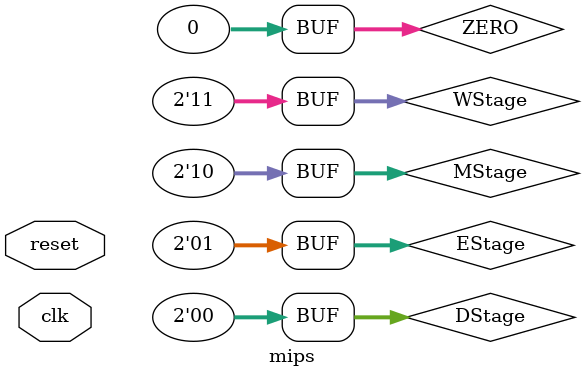
<source format=v>
`timescale 1ns / 1ps
module mips(
		input clk,
		input reset
	);
	reg [31:0] ZERO=32'd0;
	reg [1:0] DStage=2'd0;
	reg [1:0] EStage=2'd1;
	reg [1:0] MStage=2'd2;
	reg [1:0] WStage=2'd3;
	
	
	wire [31:0] F_S,F_PC,NxtPC;
	
	wire [31:0] D_S,D_PC;
	wire [4:0]  D_A1,D_A2,D_A3;
	wire [1:0]  D_Tuse1,D_Tuse2;
	wire [2:0]  D_NPCOp;
	wire        D_EXTSign;
	wire        D_CMP1;
	wire [31:0] D_GRF_DO1,D_GRF_DO2,D_EXT,D_DO1,D_DO2,D_PC8;
	
	wire [31:0] E_S,E_PC;
	wire [4:0]  E_A1,E_A2,E_A3;
	wire [1:0]  E_Tnew;
	wire [1:0]  E_GRF_D_Op;
	wire [2:0]  E_ALUOp;
	wire        E_ALU_B_Op;
	wire [31:0] E_DI1,E_DI2,E_DI3,E_EXT,E_D1,E_D2,E_ALU_B,E_ALU_C,E_DO3;

	wire [31:0] M_S,M_PC;
	wire [4:0]  M_A2,M_A3;
	wire [1:0]  M_Tnew;
	wire [1:0]  M_GRF_D_Op;
	wire        M_DMWrite;
	wire [31:0] M_DI1,M_DI2,M_DI3,M_DM_DI,M_DM_DO,M_DO,M_DO3;

	wire [31:0] W_S,W_PC;
	wire [4:0]  W_A3;
	wire [1:0]  W_Tnew;
	wire [31:0] W_DI3;

	
	
	wire Stall0,Stall1,Stall;
	assign Stall=Stall0|Stall1;
	
	//**********F Stage**********//
	pc		PC		(clk,reset,Stall,NxtPC,F_PC);
	im		IM		(F_PC,F_S);
	
	npc	NPC	(D_NPCOp,D_CMP1,F_PC,D_S[25:0],D_DO1,NxtPC);
	

	//**********D Stage**********//
	PipR	D_Reg	(
					.clk(clk),
					.reset(reset),
					.Stall(Stall),
					.Stage(DStage),
					.SI(F_S),
					.PCI(F_PC),
					.SO(D_S),
					.PCO(D_PC)
					);
					
	cu		D_CU	(
					.S(D_S),
					.Stage(DStage),
					.NPCOp(D_NPCOp),
					.EXTSign(D_EXTSign),
					.A1(D_A1),
					.A2(D_A2),
					.A3(D_A3),
					.Tuse1(D_Tuse1),
					.Tuse2(D_Tuse2)
					);
	
	grf	GRF	(clk,reset,W_PC,D_A1,D_A2,W_A3,W_DI3,D_GRF_DO1,D_GRF_DO2);
	ext	EXT	(D_EXTSign,D_S[15:0],D_EXT);
	
	assign D_PC8=D_PC+32'd8;
	
	fwu	FW0	(D_A1,D_GRF_DO1,E_A3,E_DI3,M_A3,M_DI3,W_A3,W_DI3,D_DO1);
	fwu	FW1	(D_A2,D_GRF_DO2,E_A3,E_DI3,M_A3,M_DI3,W_A3,W_DI3,D_DO2);
	stu	ST0	(D_A1,D_Tuse1,E_A3,E_Tnew,M_A3,M_Tnew,W_A3,W_Tnew,Stall0);
	stu	ST1	(D_A2,D_Tuse2,E_A3,E_Tnew,M_A3,M_Tnew,W_A3,W_Tnew,Stall1);
	
	assign D_CMP1=(D_DO1==D_DO2);

	//**********E Stage**********//
	PipR	E_Reg	(
					.clk(clk),
					.reset(reset),
					.Stall(Stall),
					.Stage(EStage),
					.SI(D_S),
					.PCI(D_PC),
					.DI1(D_DO1),
					.DI2(D_DO2),
					.DI3(D_PC8),
					.EXTI(D_EXT),
					.SO(E_S),
					.PCO(E_PC),
					.DO1(E_DI1),
					.DO2(E_DI2),
					.DO3(E_DI3),
					.EXTO(E_EXT)
					);
					
	cu		E_CU	(
					.S(E_S),
					.Stage(EStage),
					.ALUOp(E_ALUOp),
					.ALU_B_Op(E_ALU_B_Op),
					.GRF_D_Op(E_GRF_D_Op),
					.A1(E_A1),
					.A2(E_A2),
					.A3(E_A3),
					.Tnew(E_Tnew)
					);
					
	fwu	FW2	(E_A1,E_DI1,M_A3,M_DI3,W_A3,W_DI3,ZERO[4:0],ZERO,E_D1);
	fwu	FW3	(E_A2,E_DI2,M_A3,M_DI3,W_A3,W_DI3,ZERO[4:0],ZERO,E_D2);
	mux_1 #(32) MUX2(E_ALU_B_Op,E_D2,E_EXT,E_ALU_B);
	alu ALU (E_ALUOp,E_D1,E_ALU_B,E_ALU_C);
	
	assign E_DO3=((E_GRF_D_Op==2'b00)?E_ALU_C:E_DI3);
	
	//**********M Stage**********//
	PipR	M_Reg	(
					.clk(clk),
					.reset(reset),
					.Stall(Stall),
					.Stage(MStage),
					.SI(E_S),
					.PCI(E_PC),
					.DI1(E_ALU_C),
					.DI2(E_D2),
					.DI3(E_DO3),
					.SO(M_S),
					.PCO(M_PC),
					.DO1(M_DI1),
					.DO2(M_DI2),
					.DO3(M_DI3)
					);
					
	cu		M_CU	(
					.S(M_S),
					.Stage(MStage),
					.GRF_D_Op(M_GRF_D_Op),
					.DMWrite(M_DMWrite),
					.A2(M_A2),
					.A3(M_A3),
					.Tnew(M_Tnew)
					);
					
	fwu	FW4	(M_A2,M_DI2,W_A3,W_DI3,ZERO[4:0],ZERO,ZERO[4:0],ZERO,M_DM_DI);
	dm		DM		(clk,reset,M_PC,M_DMWrite,M_DI1,M_DM_DI,M_DM_DO);
	
	assign M_DO3=((M_GRF_D_Op==2'b01)?M_DM_DO:M_DI3);

	//**********W Stage**********//
	PipR	W_Reg	(
					.clk(clk),
					.reset(reset),
					.Stall(Stall),
					.Stage(WStage),
					.SI(M_S),
					.PCI(M_PC),
					.DI3(M_DO3),
					.SO(W_S),
					.PCO(W_PC),
					.DO3(W_DI3)
					);
					
	cu		W_CU	(
					.S(W_S),
					.Stage(WStage),
					.A3(W_A3),
					.Tnew(W_Tnew)
					);
	
endmodule

</source>
